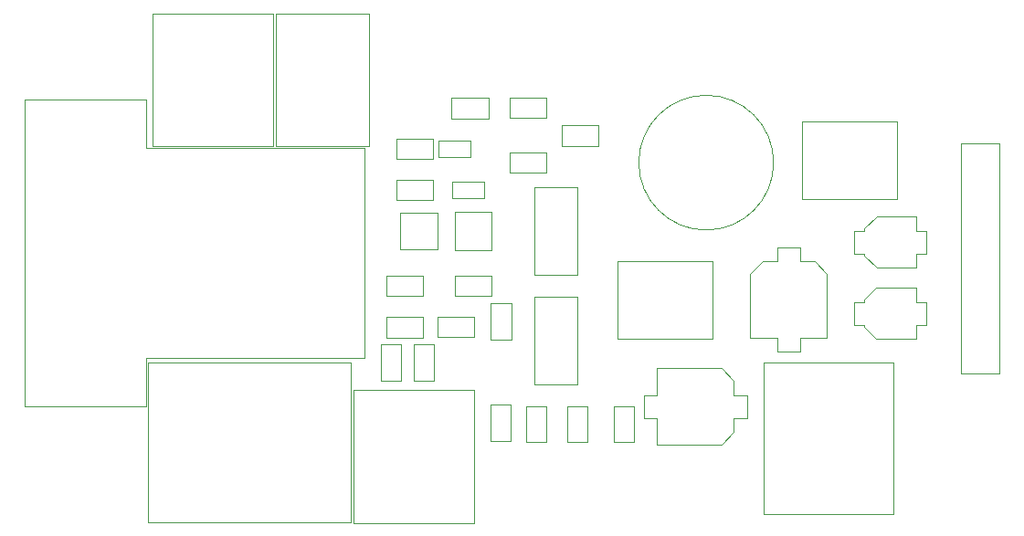
<source format=gbr>
%TF.GenerationSoftware,KiCad,Pcbnew,(5.1.9)-1*%
%TF.CreationDate,2021-07-13T09:21:38-05:00*%
%TF.ProjectId,prueba,70727565-6261-42e6-9b69-6361645f7063,rev?*%
%TF.SameCoordinates,Original*%
%TF.FileFunction,Other,User*%
%FSLAX46Y46*%
G04 Gerber Fmt 4.6, Leading zero omitted, Abs format (unit mm)*
G04 Created by KiCad (PCBNEW (5.1.9)-1) date 2021-07-13 09:21:38*
%MOMM*%
%LPD*%
G01*
G04 APERTURE LIST*
%ADD10C,0.050000*%
G04 APERTURE END LIST*
D10*
%TO.C,BZ1*%
X98950000Y-92710000D02*
G75*
G03*
X98950000Y-92710000I-6250000J0D01*
G01*
%TO.C,J3*%
X61490000Y-91158000D02*
X61490000Y-78858000D01*
X61490000Y-78858000D02*
X52840000Y-78858000D01*
X52840000Y-78858000D02*
X52840000Y-91158000D01*
X52840000Y-91158000D02*
X61490000Y-91158000D01*
%TO.C,J5*%
X52550000Y-91158000D02*
X52550000Y-78858000D01*
X52550000Y-78858000D02*
X41350000Y-78858000D01*
X41350000Y-78858000D02*
X41350000Y-91158000D01*
X41350000Y-91158000D02*
X52550000Y-91158000D01*
%TO.C,J2*%
X59972000Y-113820000D02*
X59972000Y-126120000D01*
X59972000Y-126120000D02*
X71172000Y-126120000D01*
X71172000Y-126120000D02*
X71172000Y-113820000D01*
X71172000Y-113820000D02*
X59972000Y-113820000D01*
%TO.C,J4*%
X40922000Y-111230000D02*
X40922000Y-126080000D01*
X40922000Y-126080000D02*
X59722000Y-126080000D01*
X59722000Y-126080000D02*
X59722000Y-111230000D01*
X59722000Y-111230000D02*
X40922000Y-111230000D01*
%TO.C,J6*%
X110013000Y-111276000D02*
X98013000Y-111276000D01*
X110013000Y-125276000D02*
X110013000Y-111276000D01*
X98013000Y-125276000D02*
X110013000Y-125276000D01*
X98013000Y-111276000D02*
X98013000Y-125276000D01*
%TO.C,U2*%
X101620000Y-88870000D02*
X101620000Y-96070000D01*
X101620000Y-96070000D02*
X110420000Y-96070000D01*
X110420000Y-96070000D02*
X110420000Y-88870000D01*
X110420000Y-88870000D02*
X101620000Y-88870000D01*
%TO.C,U3*%
X40810000Y-91335000D02*
X40810000Y-86835000D01*
X40810000Y-115335000D02*
X40810000Y-110835000D01*
X29530000Y-86835000D02*
X40810000Y-86835000D01*
X29530000Y-115335000D02*
X40810000Y-115335000D01*
X29530000Y-115335000D02*
X29530000Y-86835000D01*
X40810000Y-91335000D02*
X61030000Y-91335000D01*
X61030000Y-110835000D02*
X61030000Y-91335000D01*
X61030000Y-110835000D02*
X40810000Y-110835000D01*
%TO.C,R7*%
X67362500Y-96200000D02*
X64002500Y-96200000D01*
X67362500Y-94300000D02*
X67362500Y-96200000D01*
X64002500Y-94300000D02*
X67362500Y-94300000D01*
X64002500Y-96200000D02*
X64002500Y-94300000D01*
%TO.C,R6*%
X67362500Y-92390000D02*
X64002500Y-92390000D01*
X67362500Y-90490000D02*
X67362500Y-92390000D01*
X64002500Y-90490000D02*
X67362500Y-90490000D01*
X64002500Y-92390000D02*
X64002500Y-90490000D01*
%TO.C,R2*%
X66450000Y-105090000D02*
X63090000Y-105090000D01*
X66450000Y-103190000D02*
X66450000Y-105090000D01*
X63090000Y-103190000D02*
X66450000Y-103190000D01*
X63090000Y-105090000D02*
X63090000Y-103190000D01*
%TO.C,J1*%
X116310000Y-112260000D02*
X116310000Y-90910000D01*
X119860000Y-112260000D02*
X116310000Y-112260000D01*
X119860000Y-90910000D02*
X119860000Y-112260000D01*
X116310000Y-90910000D02*
X119860000Y-90910000D01*
%TO.C,Led2*%
X86040000Y-115287000D02*
X86040000Y-118647000D01*
X84140000Y-115287000D02*
X86040000Y-115287000D01*
X84140000Y-118647000D02*
X84140000Y-115287000D01*
X86040000Y-118647000D02*
X84140000Y-118647000D01*
%TO.C,C1*%
X69100000Y-86650000D02*
X72500000Y-86650000D01*
X69100000Y-88610000D02*
X69100000Y-86650000D01*
X72500000Y-88610000D02*
X69100000Y-88610000D01*
X72500000Y-86650000D02*
X72500000Y-88610000D01*
%TO.C,C2*%
X67862000Y-90710000D02*
X70822000Y-90710000D01*
X67862000Y-92170000D02*
X67862000Y-90710000D01*
X70822000Y-92170000D02*
X67862000Y-92170000D01*
X70822000Y-90710000D02*
X70822000Y-92170000D01*
%TO.C,C3*%
X63070000Y-108930000D02*
X63070000Y-106970000D01*
X63070000Y-106970000D02*
X66470000Y-106970000D01*
X66470000Y-106970000D02*
X66470000Y-108930000D01*
X66470000Y-108930000D02*
X63070000Y-108930000D01*
%TO.C,C4*%
X72680000Y-109142000D02*
X72680000Y-105742000D01*
X74640000Y-109142000D02*
X72680000Y-109142000D01*
X74640000Y-105742000D02*
X74640000Y-109142000D01*
X72680000Y-105742000D02*
X74640000Y-105742000D01*
%TO.C,C5*%
X72105000Y-94520000D02*
X72105000Y-95980000D01*
X72105000Y-95980000D02*
X69145000Y-95980000D01*
X69145000Y-95980000D02*
X69145000Y-94520000D01*
X69145000Y-94520000D02*
X72105000Y-94520000D01*
%TO.C,C6*%
X82726000Y-89190000D02*
X82726000Y-91150000D01*
X82726000Y-91150000D02*
X79326000Y-91150000D01*
X79326000Y-91150000D02*
X79326000Y-89190000D01*
X79326000Y-89190000D02*
X82726000Y-89190000D01*
%TO.C,Cin1*%
X112150000Y-97676000D02*
X112150000Y-99026000D01*
X112150000Y-99026000D02*
X113100000Y-99026000D01*
X113100000Y-99026000D02*
X113100000Y-101126000D01*
X113100000Y-101126000D02*
X112150000Y-101126000D01*
X112150000Y-101126000D02*
X112150000Y-102476000D01*
X108500000Y-102476000D02*
X112150000Y-102476000D01*
X108500000Y-97676000D02*
X112150000Y-97676000D01*
X107350000Y-101326000D02*
X108500000Y-102476000D01*
X107350000Y-98826000D02*
X108500000Y-97676000D01*
X107350000Y-98826000D02*
X107350000Y-99026000D01*
X107350000Y-101126000D02*
X107350000Y-101326000D01*
X107350000Y-99026000D02*
X106400000Y-99026000D01*
X106400000Y-99026000D02*
X106400000Y-101126000D01*
X106400000Y-101126000D02*
X107350000Y-101126000D01*
%TO.C,Cin2*%
X106378000Y-107730000D02*
X107328000Y-107730000D01*
X106378000Y-105630000D02*
X106378000Y-107730000D01*
X107328000Y-105630000D02*
X106378000Y-105630000D01*
X107328000Y-107730000D02*
X107328000Y-107930000D01*
X107328000Y-105430000D02*
X107328000Y-105630000D01*
X107328000Y-105430000D02*
X108478000Y-104280000D01*
X107328000Y-107930000D02*
X108478000Y-109080000D01*
X108478000Y-104280000D02*
X112128000Y-104280000D01*
X108478000Y-109080000D02*
X112128000Y-109080000D01*
X112128000Y-107730000D02*
X112128000Y-109080000D01*
X113078000Y-107730000D02*
X112128000Y-107730000D01*
X113078000Y-105630000D02*
X113078000Y-107730000D01*
X112128000Y-105630000D02*
X113078000Y-105630000D01*
X112128000Y-104280000D02*
X112128000Y-105630000D01*
%TO.C,Cout1*%
X103880000Y-108960000D02*
X101380000Y-108960000D01*
X101380000Y-108960000D02*
X101380000Y-110210000D01*
X101380000Y-110210000D02*
X99280000Y-110210000D01*
X99280000Y-110210000D02*
X99280000Y-108960000D01*
X99280000Y-108960000D02*
X96780000Y-108960000D01*
X96780000Y-103010000D02*
X96780000Y-108960000D01*
X103880000Y-103010000D02*
X103880000Y-108960000D01*
X97930000Y-101860000D02*
X96780000Y-103010000D01*
X102730000Y-101860000D02*
X103880000Y-103010000D01*
X102730000Y-101860000D02*
X101380000Y-101860000D01*
X99280000Y-101860000D02*
X97930000Y-101860000D01*
X101380000Y-101860000D02*
X101380000Y-100610000D01*
X101380000Y-100610000D02*
X99280000Y-100610000D01*
X99280000Y-100610000D02*
X99280000Y-101860000D01*
%TO.C,Cout2*%
X96494000Y-114266000D02*
X95244000Y-114266000D01*
X96494000Y-116366000D02*
X96494000Y-114266000D01*
X95244000Y-116366000D02*
X96494000Y-116366000D01*
X95244000Y-114266000D02*
X95244000Y-112916000D01*
X95244000Y-117716000D02*
X95244000Y-116366000D01*
X95244000Y-117716000D02*
X94094000Y-118866000D01*
X95244000Y-112916000D02*
X94094000Y-111766000D01*
X94094000Y-118866000D02*
X88144000Y-118866000D01*
X94094000Y-111766000D02*
X88144000Y-111766000D01*
X88144000Y-114266000D02*
X88144000Y-111766000D01*
X86894000Y-114266000D02*
X88144000Y-114266000D01*
X86894000Y-116366000D02*
X86894000Y-114266000D01*
X88144000Y-116366000D02*
X86894000Y-116366000D01*
X88144000Y-118866000D02*
X88144000Y-116366000D01*
%TO.C,EN1*%
X76740000Y-113270000D02*
X80740000Y-113270000D01*
X80740000Y-113270000D02*
X80740000Y-105170000D01*
X80740000Y-105170000D02*
X76740000Y-105170000D01*
X76740000Y-105170000D02*
X76740000Y-113270000D01*
%TO.C,Led1*%
X76012000Y-115287000D02*
X77912000Y-115287000D01*
X77912000Y-115287000D02*
X77912000Y-118647000D01*
X77912000Y-118647000D02*
X76012000Y-118647000D01*
X76012000Y-118647000D02*
X76012000Y-115287000D01*
%TO.C,Q1*%
X69420000Y-97310000D02*
X72820000Y-97310000D01*
X72820000Y-97310000D02*
X72820000Y-100810000D01*
X72820000Y-100810000D02*
X69420000Y-100810000D01*
X69420000Y-100810000D02*
X69420000Y-97310000D01*
%TO.C,Q2*%
X67790000Y-100760000D02*
X64290000Y-100760000D01*
X67790000Y-97360000D02*
X67790000Y-100760000D01*
X64290000Y-97360000D02*
X67790000Y-97360000D01*
X64290000Y-100760000D02*
X64290000Y-97360000D01*
%TO.C,R1*%
X67812500Y-108900000D02*
X67812500Y-107000000D01*
X67812500Y-107000000D02*
X71172500Y-107000000D01*
X71172500Y-107000000D02*
X71172500Y-108900000D01*
X71172500Y-108900000D02*
X67812500Y-108900000D01*
%TO.C,R3*%
X77880000Y-86680000D02*
X77880000Y-88580000D01*
X77880000Y-88580000D02*
X74520000Y-88580000D01*
X74520000Y-88580000D02*
X74520000Y-86680000D01*
X74520000Y-86680000D02*
X77880000Y-86680000D01*
%TO.C,R4*%
X77880000Y-93660000D02*
X74520000Y-93660000D01*
X77880000Y-91760000D02*
X77880000Y-93660000D01*
X74520000Y-91760000D02*
X77880000Y-91760000D01*
X74520000Y-93660000D02*
X74520000Y-91760000D01*
%TO.C,R5*%
X72800000Y-105090000D02*
X69440000Y-105090000D01*
X72800000Y-103190000D02*
X72800000Y-105090000D01*
X69440000Y-103190000D02*
X72800000Y-103190000D01*
X69440000Y-105090000D02*
X69440000Y-103190000D01*
%TO.C,R8*%
X79822000Y-115287000D02*
X81722000Y-115287000D01*
X81722000Y-115287000D02*
X81722000Y-118647000D01*
X81722000Y-118647000D02*
X79822000Y-118647000D01*
X79822000Y-118647000D02*
X79822000Y-115287000D01*
%TO.C,R9*%
X74610000Y-115160000D02*
X74610000Y-118520000D01*
X72710000Y-115160000D02*
X74610000Y-115160000D01*
X72710000Y-118520000D02*
X72710000Y-115160000D01*
X74610000Y-118520000D02*
X72710000Y-118520000D01*
%TO.C,R10*%
X62550000Y-112932000D02*
X62550000Y-109572000D01*
X64450000Y-112932000D02*
X62550000Y-112932000D01*
X64450000Y-109572000D02*
X64450000Y-112932000D01*
X62550000Y-109572000D02*
X64450000Y-109572000D01*
%TO.C,R11*%
X67498000Y-112932000D02*
X65598000Y-112932000D01*
X65598000Y-112932000D02*
X65598000Y-109572000D01*
X65598000Y-109572000D02*
X67498000Y-109572000D01*
X67498000Y-109572000D02*
X67498000Y-112932000D01*
%TO.C,BOOT1*%
X76740000Y-95010000D02*
X76740000Y-103110000D01*
X80740000Y-95010000D02*
X76740000Y-95010000D01*
X80740000Y-103110000D02*
X80740000Y-95010000D01*
X76740000Y-103110000D02*
X80740000Y-103110000D01*
%TO.C,U1*%
X84500000Y-109010000D02*
X93300000Y-109010000D01*
X84500000Y-101810000D02*
X84500000Y-109010000D01*
X93300000Y-101810000D02*
X84500000Y-101810000D01*
X93300000Y-109010000D02*
X93300000Y-101810000D01*
%TD*%
M02*

</source>
